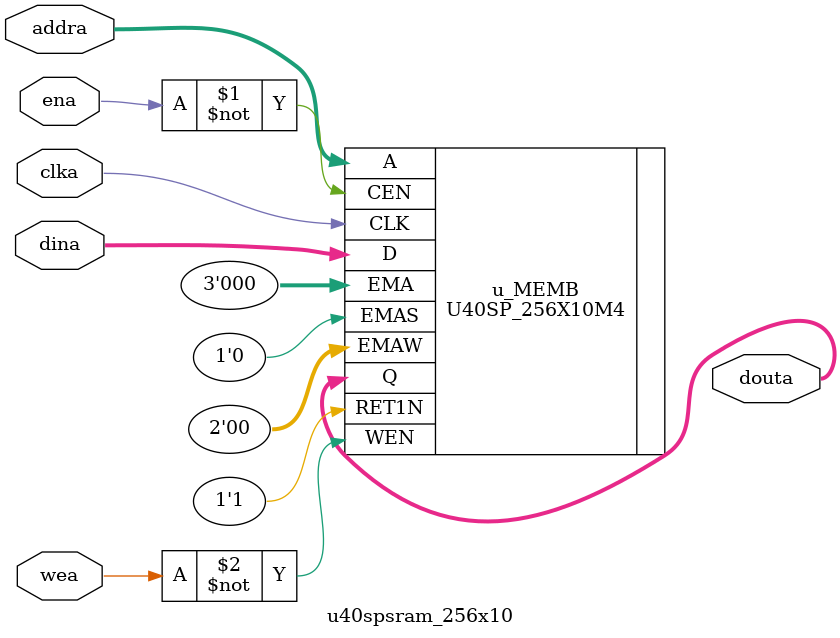
<source format=v>
module  u40spsram_256x10 (

    input           clka  , 
    input           ena   , 
    input           wea   , 
    input  [ 7: 0]  addra , 
    input  [ 9: 0]  dina  , 
    output [ 9: 0]  douta  

  );

    U40SP_256X10M4 u_MEMB(
              .Q         (douta  ), 
              .CLK       (clka   ), 
              .CEN       (~ena    ), 
              .WEN       (~wea    ), 
              .A         (addra  ), 
              .D         (dina   ), 
              .EMA       (3'b000 ), 
              .EMAW      (2'b00  ), 
              .EMAS      (1'b0   ), 
              .RET1N     (1'b1   )
       );
       
endmodule

</source>
